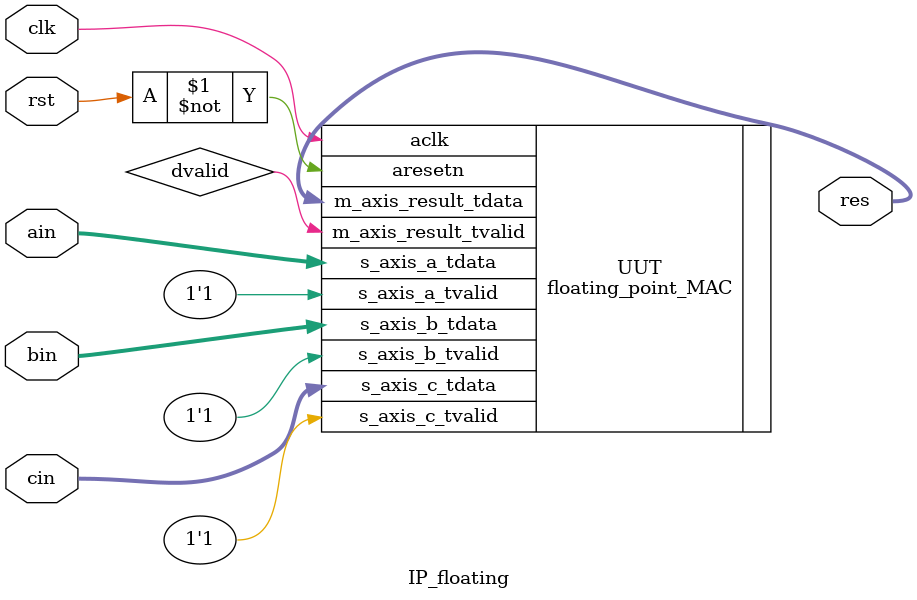
<source format=v>
`timescale 1ns / 1ps


module IP_floating(
    input clk,
    input rst,
    input [31:0] ain, bin, cin,
    output [31:0]res
    );

    floating_point_MAC UUT( // from IP catalog
        .aclk(clk),
        .aresetn(~rst),
        .s_axis_a_tvalid(1'b1),
        .s_axis_b_tvalid(1'b1),
        .s_axis_c_tvalid(1'b1),
        .s_axis_a_tdata(ain),
        .s_axis_b_tdata(bin),
        .s_axis_c_tdata(cin),
        .m_axis_result_tvalid(dvalid),
        .m_axis_result_tdata(res)
    );

endmodule

</source>
